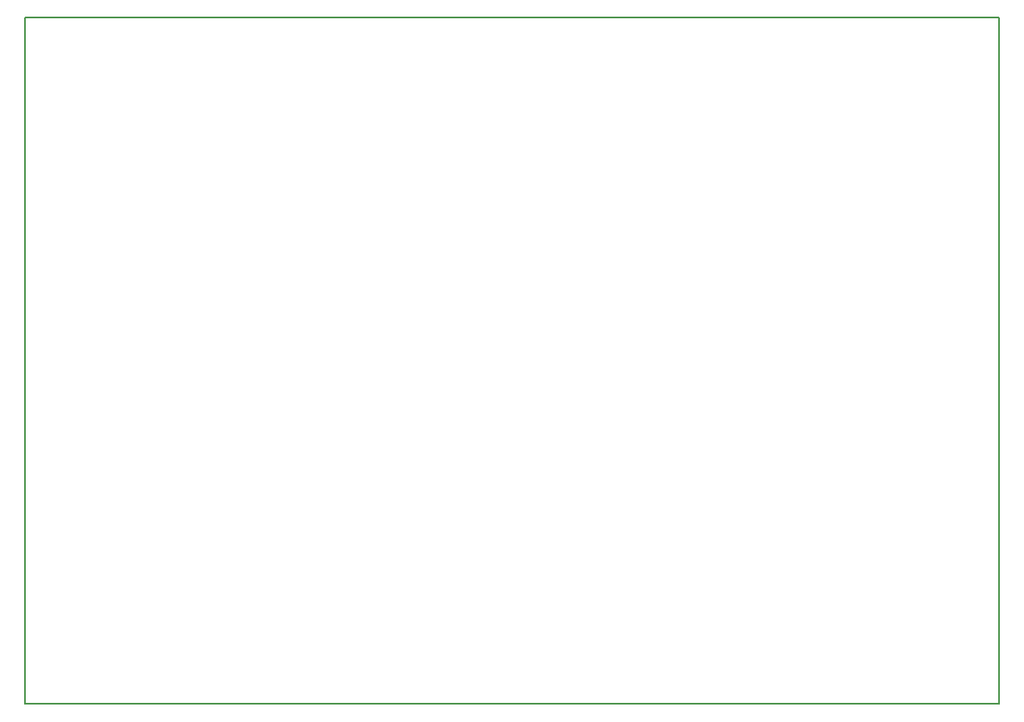
<source format=gm1>
G04 #@! TF.FileFunction,Profile,NP*
%FSLAX46Y46*%
G04 Gerber Fmt 4.6, Leading zero omitted, Abs format (unit mm)*
G04 Created by KiCad (PCBNEW 4.0.4+e1-6308~48~ubuntu15.10.1-stable) date Tue Feb  7 13:56:33 2017*
%MOMM*%
%LPD*%
G01*
G04 APERTURE LIST*
%ADD10C,0.100000*%
%ADD11C,0.150000*%
G04 APERTURE END LIST*
D10*
D11*
X170180000Y-113030000D02*
X170180000Y-43180000D01*
X71120000Y-43180000D02*
X71120000Y-113030000D01*
X170180000Y-113030000D02*
X71120000Y-113030000D01*
X71120000Y-43180000D02*
X170180000Y-43180000D01*
M02*

</source>
